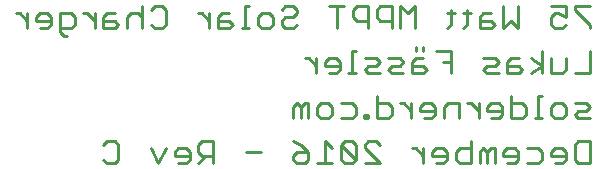
<source format=gbo>
G75*
%MOIN*%
%OFA0B0*%
%FSLAX25Y25*%
%IPPOS*%
%LPD*%
%AMOC8*
5,1,8,0,0,1.08239X$1,22.5*
%
%ADD10C,0.01100*%
D10*
X0203169Y0212372D02*
X0201918Y0213623D01*
X0203169Y0212372D02*
X0205671Y0212372D01*
X0206922Y0213623D01*
X0206922Y0218627D01*
X0205671Y0219878D01*
X0203169Y0219878D01*
X0201918Y0218627D01*
X0217755Y0217376D02*
X0220258Y0212372D01*
X0222760Y0217376D01*
X0225674Y0216125D02*
X0225674Y0214874D01*
X0230678Y0214874D01*
X0230678Y0213623D02*
X0230678Y0216125D01*
X0229427Y0217376D01*
X0226925Y0217376D01*
X0225674Y0216125D01*
X0226925Y0212372D02*
X0229427Y0212372D01*
X0230678Y0213623D01*
X0233593Y0212372D02*
X0236095Y0214874D01*
X0234844Y0214874D02*
X0238597Y0214874D01*
X0238597Y0212372D02*
X0238597Y0219878D01*
X0234844Y0219878D01*
X0233593Y0218627D01*
X0233593Y0216125D01*
X0234844Y0214874D01*
X0249430Y0216125D02*
X0254435Y0216125D01*
X0265268Y0214874D02*
X0265268Y0213623D01*
X0266519Y0212372D01*
X0269021Y0212372D01*
X0270272Y0213623D01*
X0270272Y0216125D01*
X0266519Y0216125D01*
X0265268Y0214874D01*
X0267770Y0218627D02*
X0265268Y0219878D01*
X0267770Y0218627D02*
X0270272Y0216125D01*
X0273187Y0212372D02*
X0278191Y0212372D01*
X0275689Y0212372D02*
X0275689Y0219878D01*
X0278191Y0217376D01*
X0281105Y0218627D02*
X0281105Y0213623D01*
X0282357Y0212372D01*
X0284859Y0212372D01*
X0286110Y0213623D01*
X0281105Y0218627D01*
X0282357Y0219878D01*
X0284859Y0219878D01*
X0286110Y0218627D01*
X0286110Y0213623D01*
X0289024Y0212372D02*
X0294028Y0212372D01*
X0289024Y0217376D01*
X0289024Y0218627D01*
X0290275Y0219878D01*
X0292777Y0219878D01*
X0294028Y0218627D01*
X0292984Y0227372D02*
X0296737Y0227372D01*
X0297988Y0228623D01*
X0297988Y0231125D01*
X0296737Y0232376D01*
X0292984Y0232376D01*
X0292984Y0234878D02*
X0292984Y0227372D01*
X0290069Y0227372D02*
X0288818Y0227372D01*
X0288818Y0228623D01*
X0290069Y0228623D01*
X0290069Y0227372D01*
X0286110Y0228623D02*
X0286110Y0231125D01*
X0284859Y0232376D01*
X0281105Y0232376D01*
X0278191Y0231125D02*
X0278191Y0228623D01*
X0276940Y0227372D01*
X0274438Y0227372D01*
X0273187Y0228623D01*
X0273187Y0231125D01*
X0274438Y0232376D01*
X0276940Y0232376D01*
X0278191Y0231125D01*
X0281105Y0227372D02*
X0284859Y0227372D01*
X0286110Y0228623D01*
X0300834Y0232376D02*
X0302085Y0232376D01*
X0304587Y0229874D01*
X0304587Y0227372D02*
X0304587Y0232376D01*
X0307501Y0231125D02*
X0307501Y0229874D01*
X0312506Y0229874D01*
X0312506Y0228623D02*
X0312506Y0231125D01*
X0311255Y0232376D01*
X0308752Y0232376D01*
X0307501Y0231125D01*
X0308752Y0227372D02*
X0311255Y0227372D01*
X0312506Y0228623D01*
X0315420Y0227372D02*
X0315420Y0231125D01*
X0316671Y0232376D01*
X0320424Y0232376D01*
X0320424Y0227372D01*
X0323270Y0232376D02*
X0324521Y0232376D01*
X0327023Y0229874D01*
X0327023Y0227372D02*
X0327023Y0232376D01*
X0329938Y0231125D02*
X0329938Y0229874D01*
X0334942Y0229874D01*
X0334942Y0228623D02*
X0334942Y0231125D01*
X0333691Y0232376D01*
X0331189Y0232376D01*
X0329938Y0231125D01*
X0331189Y0227372D02*
X0333691Y0227372D01*
X0334942Y0228623D01*
X0337857Y0227372D02*
X0341610Y0227372D01*
X0342861Y0228623D01*
X0342861Y0231125D01*
X0341610Y0232376D01*
X0337857Y0232376D01*
X0337857Y0234878D02*
X0337857Y0227372D01*
X0345638Y0227372D02*
X0348140Y0227372D01*
X0346889Y0227372D02*
X0346889Y0234878D01*
X0348140Y0234878D01*
X0351055Y0231125D02*
X0352306Y0232376D01*
X0354808Y0232376D01*
X0356059Y0231125D01*
X0356059Y0228623D01*
X0354808Y0227372D01*
X0352306Y0227372D01*
X0351055Y0228623D01*
X0351055Y0231125D01*
X0358973Y0232376D02*
X0362727Y0232376D01*
X0363978Y0231125D01*
X0362727Y0229874D01*
X0360224Y0229874D01*
X0358973Y0228623D01*
X0360224Y0227372D01*
X0363978Y0227372D01*
X0363978Y0219878D02*
X0360224Y0219878D01*
X0358973Y0218627D01*
X0358973Y0213623D01*
X0360224Y0212372D01*
X0363978Y0212372D01*
X0363978Y0219878D01*
X0356059Y0216125D02*
X0356059Y0213623D01*
X0354808Y0212372D01*
X0352306Y0212372D01*
X0351055Y0214874D02*
X0356059Y0214874D01*
X0356059Y0216125D02*
X0354808Y0217376D01*
X0352306Y0217376D01*
X0351055Y0216125D01*
X0351055Y0214874D01*
X0348140Y0213623D02*
X0346889Y0212372D01*
X0343136Y0212372D01*
X0340221Y0213623D02*
X0340221Y0216125D01*
X0338970Y0217376D01*
X0336468Y0217376D01*
X0335217Y0216125D01*
X0335217Y0214874D01*
X0340221Y0214874D01*
X0340221Y0213623D02*
X0338970Y0212372D01*
X0336468Y0212372D01*
X0332303Y0212372D02*
X0332303Y0217376D01*
X0331051Y0217376D01*
X0329800Y0216125D01*
X0328549Y0217376D01*
X0327298Y0216125D01*
X0327298Y0212372D01*
X0329800Y0212372D02*
X0329800Y0216125D01*
X0324384Y0217376D02*
X0320631Y0217376D01*
X0319379Y0216125D01*
X0319379Y0213623D01*
X0320631Y0212372D01*
X0324384Y0212372D01*
X0324384Y0219878D01*
X0316465Y0216125D02*
X0316465Y0213623D01*
X0315214Y0212372D01*
X0312712Y0212372D01*
X0311461Y0214874D02*
X0316465Y0214874D01*
X0316465Y0216125D02*
X0315214Y0217376D01*
X0312712Y0217376D01*
X0311461Y0216125D01*
X0311461Y0214874D01*
X0308546Y0214874D02*
X0306044Y0217376D01*
X0304793Y0217376D01*
X0308546Y0217376D02*
X0308546Y0212372D01*
X0343136Y0217376D02*
X0346889Y0217376D01*
X0348140Y0216125D01*
X0348140Y0213623D01*
X0348140Y0242372D02*
X0348140Y0249878D01*
X0351055Y0247376D02*
X0351055Y0242372D01*
X0354808Y0242372D01*
X0356059Y0243623D01*
X0356059Y0247376D01*
X0358973Y0242372D02*
X0363978Y0242372D01*
X0363978Y0249878D01*
X0363978Y0257372D02*
X0363978Y0258623D01*
X0358973Y0263627D01*
X0358973Y0264878D01*
X0363978Y0264878D01*
X0356059Y0264878D02*
X0356059Y0261125D01*
X0353557Y0262376D01*
X0352306Y0262376D01*
X0351055Y0261125D01*
X0351055Y0258623D01*
X0352306Y0257372D01*
X0354808Y0257372D01*
X0356059Y0258623D01*
X0356059Y0264878D02*
X0351055Y0264878D01*
X0340221Y0264878D02*
X0340221Y0257372D01*
X0337719Y0259874D01*
X0335217Y0257372D01*
X0335217Y0264878D01*
X0331051Y0262376D02*
X0328549Y0262376D01*
X0327298Y0261125D01*
X0327298Y0257372D01*
X0331051Y0257372D01*
X0332303Y0258623D01*
X0331051Y0259874D01*
X0327298Y0259874D01*
X0324384Y0262376D02*
X0321882Y0262376D01*
X0323133Y0263627D02*
X0323133Y0258623D01*
X0321882Y0257372D01*
X0317854Y0258623D02*
X0316602Y0257372D01*
X0317854Y0258623D02*
X0317854Y0263627D01*
X0319105Y0262376D02*
X0316602Y0262376D01*
X0305907Y0264878D02*
X0305907Y0257372D01*
X0300902Y0257372D02*
X0300902Y0264878D01*
X0303405Y0262376D01*
X0305907Y0264878D01*
X0297988Y0264878D02*
X0297988Y0257372D01*
X0297988Y0259874D02*
X0294235Y0259874D01*
X0292984Y0261125D01*
X0292984Y0263627D01*
X0294235Y0264878D01*
X0297988Y0264878D01*
X0290069Y0264878D02*
X0286316Y0264878D01*
X0285065Y0263627D01*
X0285065Y0261125D01*
X0286316Y0259874D01*
X0290069Y0259874D01*
X0290069Y0257372D02*
X0290069Y0264878D01*
X0282150Y0264878D02*
X0277146Y0264878D01*
X0279648Y0264878D02*
X0279648Y0257372D01*
X0284859Y0249878D02*
X0284859Y0242372D01*
X0286110Y0242372D02*
X0283608Y0242372D01*
X0280831Y0243623D02*
X0280831Y0246125D01*
X0279580Y0247376D01*
X0277077Y0247376D01*
X0275826Y0246125D01*
X0275826Y0244874D01*
X0280831Y0244874D01*
X0280831Y0243623D02*
X0279580Y0242372D01*
X0277077Y0242372D01*
X0272912Y0242372D02*
X0272912Y0247376D01*
X0272912Y0244874D02*
X0270410Y0247376D01*
X0269159Y0247376D01*
X0265062Y0257372D02*
X0266313Y0258623D01*
X0265062Y0257372D02*
X0262560Y0257372D01*
X0261309Y0258623D01*
X0261309Y0259874D01*
X0262560Y0261125D01*
X0265062Y0261125D01*
X0266313Y0262376D01*
X0266313Y0263627D01*
X0265062Y0264878D01*
X0262560Y0264878D01*
X0261309Y0263627D01*
X0258394Y0261125D02*
X0258394Y0258623D01*
X0257143Y0257372D01*
X0254641Y0257372D01*
X0253390Y0258623D01*
X0253390Y0261125D01*
X0254641Y0262376D01*
X0257143Y0262376D01*
X0258394Y0261125D01*
X0250475Y0257372D02*
X0247973Y0257372D01*
X0249224Y0257372D02*
X0249224Y0264878D01*
X0250475Y0264878D01*
X0243945Y0262376D02*
X0241443Y0262376D01*
X0240192Y0261125D01*
X0240192Y0257372D01*
X0243945Y0257372D01*
X0245196Y0258623D01*
X0243945Y0259874D01*
X0240192Y0259874D01*
X0237277Y0259874D02*
X0234775Y0262376D01*
X0233524Y0262376D01*
X0237277Y0262376D02*
X0237277Y0257372D01*
X0222760Y0258623D02*
X0221509Y0257372D01*
X0219006Y0257372D01*
X0217755Y0258623D01*
X0214841Y0257372D02*
X0214841Y0264878D01*
X0213590Y0262376D02*
X0211088Y0262376D01*
X0209837Y0261125D01*
X0209837Y0257372D01*
X0206922Y0258623D02*
X0205671Y0259874D01*
X0201918Y0259874D01*
X0201918Y0261125D02*
X0201918Y0257372D01*
X0205671Y0257372D01*
X0206922Y0258623D01*
X0205671Y0262376D02*
X0203169Y0262376D01*
X0201918Y0261125D01*
X0199003Y0259874D02*
X0196501Y0262376D01*
X0195250Y0262376D01*
X0192404Y0261125D02*
X0192404Y0258623D01*
X0191153Y0257372D01*
X0187400Y0257372D01*
X0187400Y0256121D02*
X0187400Y0262376D01*
X0191153Y0262376D01*
X0192404Y0261125D01*
X0187400Y0256121D02*
X0188651Y0254870D01*
X0189902Y0254870D01*
X0184486Y0258623D02*
X0184486Y0261125D01*
X0183235Y0262376D01*
X0180732Y0262376D01*
X0179481Y0261125D01*
X0179481Y0259874D01*
X0184486Y0259874D01*
X0184486Y0258623D02*
X0183235Y0257372D01*
X0180732Y0257372D01*
X0176567Y0257372D02*
X0176567Y0262376D01*
X0176567Y0259874D02*
X0174065Y0262376D01*
X0172814Y0262376D01*
X0199003Y0262376D02*
X0199003Y0257372D01*
X0213590Y0262376D02*
X0214841Y0261125D01*
X0217755Y0263627D02*
X0219006Y0264878D01*
X0221509Y0264878D01*
X0222760Y0263627D01*
X0222760Y0258623D01*
X0265268Y0231125D02*
X0265268Y0227372D01*
X0267770Y0227372D02*
X0267770Y0231125D01*
X0266519Y0232376D01*
X0265268Y0231125D01*
X0267770Y0231125D02*
X0269021Y0232376D01*
X0270272Y0232376D01*
X0270272Y0227372D01*
X0289024Y0243623D02*
X0290275Y0244874D01*
X0292777Y0244874D01*
X0294028Y0246125D01*
X0292777Y0247376D01*
X0289024Y0247376D01*
X0289024Y0243623D02*
X0290275Y0242372D01*
X0294028Y0242372D01*
X0296943Y0243623D02*
X0298194Y0244874D01*
X0300696Y0244874D01*
X0301947Y0246125D01*
X0300696Y0247376D01*
X0296943Y0247376D01*
X0296943Y0243623D02*
X0298194Y0242372D01*
X0301947Y0242372D01*
X0304862Y0242372D02*
X0304862Y0246125D01*
X0306113Y0247376D01*
X0308615Y0247376D01*
X0308615Y0244874D02*
X0304862Y0244874D01*
X0304862Y0242372D02*
X0308615Y0242372D01*
X0309866Y0243623D01*
X0308615Y0244874D01*
X0308615Y0249878D02*
X0308615Y0251130D01*
X0306113Y0251130D02*
X0306113Y0249878D01*
X0312781Y0249878D02*
X0317785Y0249878D01*
X0317785Y0242372D01*
X0317785Y0246125D02*
X0315283Y0246125D01*
X0328618Y0247376D02*
X0332371Y0247376D01*
X0333622Y0246125D01*
X0332371Y0244874D01*
X0329869Y0244874D01*
X0328618Y0243623D01*
X0329869Y0242372D01*
X0333622Y0242372D01*
X0336537Y0242372D02*
X0336537Y0246125D01*
X0337788Y0247376D01*
X0340290Y0247376D01*
X0340290Y0244874D02*
X0336537Y0244874D01*
X0336537Y0242372D02*
X0340290Y0242372D01*
X0341541Y0243623D01*
X0340290Y0244874D01*
X0344387Y0242372D02*
X0348140Y0244874D01*
X0344387Y0247376D01*
X0286110Y0249878D02*
X0284859Y0249878D01*
M02*

</source>
